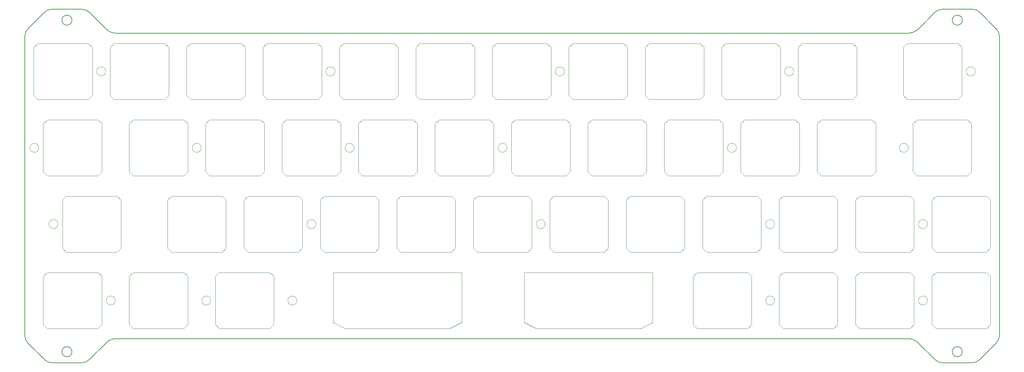
<source format=gbr>
%TF.GenerationSoftware,KiCad,Pcbnew,(7.0.0)*%
%TF.CreationDate,2024-05-04T22:15:04+02:00*%
%TF.ProjectId,plate split,706c6174-6520-4737-906c-69742e6b6963,rev?*%
%TF.SameCoordinates,Original*%
%TF.FileFunction,Profile,NP*%
%FSLAX46Y46*%
G04 Gerber Fmt 4.6, Leading zero omitted, Abs format (unit mm)*
G04 Created by KiCad (PCBNEW (7.0.0)) date 2024-05-04 22:15:04*
%MOMM*%
%LPD*%
G01*
G04 APERTURE LIST*
%TA.AperFunction,Profile*%
%ADD10C,0.200000*%
%TD*%
%TA.AperFunction,Profile*%
%ADD11C,0.100000*%
%TD*%
%TA.AperFunction,Profile*%
%ADD12C,0.120000*%
%TD*%
G04 APERTURE END LIST*
D10*
X45833878Y-21431250D02*
X243091122Y-21431250D01*
X39095133Y-16214739D02*
X43235261Y-20354867D01*
X29833878Y-15431249D02*
G75*
G03*
X27942367Y-16214739I22J-2675051D01*
G01*
D11*
X247978782Y-69056250D02*
G75*
G03*
X247978782Y-69056250I-1122532J0D01*
G01*
X243216282Y-50006250D02*
G75*
G03*
X243216282Y-50006250I-1122532J0D01*
G01*
X105103782Y-50006250D02*
G75*
G03*
X105103782Y-50006250I-1122532J0D01*
G01*
X152728782Y-69056250D02*
G75*
G03*
X152728782Y-69056250I-1122532J0D01*
G01*
D10*
X27942367Y-102847761D02*
X23802239Y-98707633D01*
X256656122Y-18181250D02*
G75*
G03*
X256656122Y-18181250I-1250000J0D01*
G01*
D11*
X26522532Y-50006250D02*
G75*
G03*
X26522532Y-50006250I-1122532J0D01*
G01*
D10*
X43235261Y-20354867D02*
G75*
G03*
X45833878Y-21431250I2598639J2598667D01*
G01*
X27942368Y-102847760D02*
G75*
G03*
X29833878Y-103631250I1891532J1891560D01*
G01*
D11*
X259885032Y-30956250D02*
G75*
G03*
X259885032Y-30956250I-1122532J0D01*
G01*
D10*
X256656378Y-100881250D02*
G75*
G03*
X256656378Y-100881250I-1250000J0D01*
G01*
X23018750Y-96816122D02*
X23018750Y-22246378D01*
X37203622Y-103631280D02*
G75*
G03*
X39095132Y-102847760I-22J2674980D01*
G01*
X37203622Y-103631250D02*
X29833878Y-103631250D01*
X39095132Y-16214740D02*
G75*
G03*
X37203622Y-15431250I-1891532J-1891560D01*
G01*
X249829867Y-102847761D02*
X245689739Y-98707633D01*
D11*
X209878782Y-69056250D02*
G75*
G03*
X209878782Y-69056250I-1122532J0D01*
G01*
X43191282Y-30956250D02*
G75*
G03*
X43191282Y-30956250I-1122532J0D01*
G01*
X247978782Y-88106250D02*
G75*
G03*
X247978782Y-88106250I-1122532J0D01*
G01*
D10*
X249829859Y-102847769D02*
G75*
G03*
X251721378Y-103631250I1891441J1891369D01*
G01*
X265906222Y-22246378D02*
G75*
G03*
X265122761Y-20354867I-2675122J-22D01*
G01*
D11*
X214641282Y-30956250D02*
G75*
G03*
X214641282Y-30956250I-1122532J0D01*
G01*
D10*
X265122769Y-98707641D02*
G75*
G03*
X265906250Y-96816122I-1891369J1891441D01*
G01*
X243091122Y-21431219D02*
G75*
G03*
X245657711Y-20386895I178J3675619D01*
G01*
D11*
X90816282Y-88106250D02*
G75*
G03*
X90816282Y-88106250I-1122532J0D01*
G01*
D10*
X245657711Y-20386895D02*
X249829867Y-16214739D01*
X260982641Y-16214731D02*
G75*
G03*
X259091122Y-15431250I-1891441J-1891369D01*
G01*
X265906250Y-22246378D02*
X265906250Y-96816122D01*
X23802240Y-20354868D02*
G75*
G03*
X23018750Y-22246378I1891560J-1891532D01*
G01*
X23018749Y-96816122D02*
G75*
G03*
X23802239Y-98707633I2675051J22D01*
G01*
D11*
X157491282Y-30956250D02*
G75*
G03*
X157491282Y-30956250I-1122532J0D01*
G01*
X67003782Y-50006250D02*
G75*
G03*
X67003782Y-50006250I-1122532J0D01*
G01*
D10*
X251721378Y-15431278D02*
G75*
G03*
X249829867Y-16214739I22J-2675122D01*
G01*
D11*
X95578782Y-69056250D02*
G75*
G03*
X95578782Y-69056250I-1122532J0D01*
G01*
D10*
X34768622Y-18181250D02*
G75*
G03*
X34768622Y-18181250I-1250000J0D01*
G01*
X43235261Y-98707633D02*
X39095133Y-102847761D01*
D11*
X31285032Y-69056250D02*
G75*
G03*
X31285032Y-69056250I-1122532J0D01*
G01*
X100341282Y-30956250D02*
G75*
G03*
X100341282Y-30956250I-1122532J0D01*
G01*
X143203782Y-50006250D02*
G75*
G03*
X143203782Y-50006250I-1122532J0D01*
G01*
D10*
X23802239Y-20354867D02*
X27942367Y-16214739D01*
D11*
X45572532Y-88106250D02*
G75*
G03*
X45572532Y-88106250I-1122532J0D01*
G01*
X69385032Y-88106250D02*
G75*
G03*
X69385032Y-88106250I-1122532J0D01*
G01*
D10*
X34768878Y-100881250D02*
G75*
G03*
X34768878Y-100881250I-1250000J0D01*
G01*
X29833878Y-15431250D02*
X37203622Y-15431250D01*
X251721378Y-15431250D02*
X259091122Y-15431250D01*
D11*
X209878782Y-88106250D02*
G75*
G03*
X209878782Y-88106250I-1122532J0D01*
G01*
D10*
X259091122Y-103631222D02*
G75*
G03*
X260982633Y-102847761I-22J2675122D01*
G01*
X45833878Y-97631221D02*
G75*
G03*
X43235261Y-98707633I22J-3674979D01*
G01*
D11*
X200353782Y-50006250D02*
G75*
G03*
X200353782Y-50006250I-1122532J0D01*
G01*
D10*
X245689747Y-98707625D02*
G75*
G03*
X243091122Y-97631250I-2598547J-2598475D01*
G01*
X243091122Y-97631250D02*
X45833878Y-97631250D01*
X259091122Y-103631250D02*
X251721378Y-103631250D01*
X260982633Y-16214739D02*
X265122761Y-20354867D01*
X265122761Y-98707633D02*
X260982633Y-102847761D01*
D12*
%TO.C,REF\u002A\u002A*%
X139543750Y-24956250D02*
X139543750Y-36956250D01*
X139543750Y-36956250D02*
X140543750Y-37956250D01*
X140543750Y-23956250D02*
X139543750Y-24956250D01*
X140543750Y-37956250D02*
X153143750Y-37956250D01*
X153143750Y-23956250D02*
X140543750Y-23956250D01*
X153143750Y-23956250D02*
X154143750Y-24956250D01*
X153143750Y-37956250D02*
X154143750Y-36956250D01*
X154143750Y-36956250D02*
X154143750Y-24956250D01*
X49056250Y-82106250D02*
X49056250Y-94106250D01*
X49056250Y-94106250D02*
X50056250Y-95106250D01*
X50056250Y-81106250D02*
X49056250Y-82106250D01*
X50056250Y-95106250D02*
X62656250Y-95106250D01*
X62656250Y-81106250D02*
X50056250Y-81106250D01*
X62656250Y-81106250D02*
X63656250Y-82106250D01*
X62656250Y-95106250D02*
X63656250Y-94106250D01*
X63656250Y-94106250D02*
X63656250Y-82106250D01*
X27625000Y-82106250D02*
X27625000Y-94106250D01*
X27625000Y-94106250D02*
X28625000Y-95106250D01*
X28625000Y-81106250D02*
X27625000Y-82106250D01*
X28625000Y-95106250D02*
X41225000Y-95106250D01*
X41225000Y-81106250D02*
X28625000Y-81106250D01*
X41225000Y-81106250D02*
X42225000Y-82106250D01*
X41225000Y-95106250D02*
X42225000Y-94106250D01*
X42225000Y-94106250D02*
X42225000Y-82106250D01*
X106206250Y-44006250D02*
X106206250Y-56006250D01*
X106206250Y-56006250D02*
X107206250Y-57006250D01*
X107206250Y-43006250D02*
X106206250Y-44006250D01*
X107206250Y-57006250D02*
X119806250Y-57006250D01*
X119806250Y-43006250D02*
X107206250Y-43006250D01*
X119806250Y-43006250D02*
X120806250Y-44006250D01*
X119806250Y-57006250D02*
X120806250Y-56006250D01*
X120806250Y-56006250D02*
X120806250Y-44006250D01*
X172881250Y-63056250D02*
X172881250Y-75056250D01*
X172881250Y-75056250D02*
X173881250Y-76056250D01*
X173881250Y-62056250D02*
X172881250Y-63056250D01*
X173881250Y-76056250D02*
X186481250Y-76056250D01*
X186481250Y-62056250D02*
X173881250Y-62056250D01*
X186481250Y-62056250D02*
X187481250Y-63056250D01*
X186481250Y-76056250D02*
X187481250Y-75056250D01*
X187481250Y-75056250D02*
X187481250Y-63056250D01*
X87156250Y-44006250D02*
X87156250Y-56006250D01*
X87156250Y-56006250D02*
X88156250Y-57006250D01*
X88156250Y-43006250D02*
X87156250Y-44006250D01*
X88156250Y-57006250D02*
X100756250Y-57006250D01*
X100756250Y-43006250D02*
X88156250Y-43006250D01*
X100756250Y-43006250D02*
X101756250Y-44006250D01*
X100756250Y-57006250D02*
X101756250Y-56006250D01*
X101756250Y-56006250D02*
X101756250Y-44006250D01*
X68106250Y-44006250D02*
X68106250Y-56006250D01*
X68106250Y-56006250D02*
X69106250Y-57006250D01*
X69106250Y-43006250D02*
X68106250Y-44006250D01*
X69106250Y-57006250D02*
X81706250Y-57006250D01*
X81706250Y-43006250D02*
X69106250Y-43006250D01*
X81706250Y-43006250D02*
X82706250Y-44006250D01*
X81706250Y-57006250D02*
X82706250Y-56006250D01*
X82706250Y-56006250D02*
X82706250Y-44006250D01*
X215743750Y-24956250D02*
X215743750Y-36956250D01*
X215743750Y-36956250D02*
X216743750Y-37956250D01*
X216743750Y-23956250D02*
X215743750Y-24956250D01*
X216743750Y-37956250D02*
X229343750Y-37956250D01*
X229343750Y-23956250D02*
X216743750Y-23956250D01*
X229343750Y-23956250D02*
X230343750Y-24956250D01*
X229343750Y-37956250D02*
X230343750Y-36956250D01*
X230343750Y-36956250D02*
X230343750Y-24956250D01*
X244318750Y-44006250D02*
X244318750Y-56006250D01*
X244318750Y-56006250D02*
X245318750Y-57006250D01*
X245318750Y-43006250D02*
X244318750Y-44006250D01*
X245318750Y-57006250D02*
X257918750Y-57006250D01*
X257918750Y-43006250D02*
X245318750Y-43006250D01*
X257918750Y-43006250D02*
X258918750Y-44006250D01*
X257918750Y-57006250D02*
X258918750Y-56006250D01*
X258918750Y-56006250D02*
X258918750Y-44006250D01*
X241937500Y-24956250D02*
X241937500Y-36956250D01*
X241937500Y-36956250D02*
X242937500Y-37956250D01*
X242937500Y-23956250D02*
X241937500Y-24956250D01*
X242937500Y-37956250D02*
X255537500Y-37956250D01*
X255537500Y-23956250D02*
X242937500Y-23956250D01*
X255537500Y-23956250D02*
X256537500Y-24956250D01*
X255537500Y-37956250D02*
X256537500Y-36956250D01*
X256537500Y-36956250D02*
X256537500Y-24956250D01*
X120493750Y-24956250D02*
X120493750Y-36956250D01*
X120493750Y-36956250D02*
X121493750Y-37956250D01*
X121493750Y-23956250D02*
X120493750Y-24956250D01*
X121493750Y-37956250D02*
X134093750Y-37956250D01*
X134093750Y-23956250D02*
X121493750Y-23956250D01*
X134093750Y-23956250D02*
X135093750Y-24956250D01*
X134093750Y-37956250D02*
X135093750Y-36956250D01*
X135093750Y-36956250D02*
X135093750Y-24956250D01*
X201456250Y-44006250D02*
X201456250Y-56006250D01*
X201456250Y-56006250D02*
X202456250Y-57006250D01*
X202456250Y-43006250D02*
X201456250Y-44006250D01*
X202456250Y-57006250D02*
X215056250Y-57006250D01*
X215056250Y-43006250D02*
X202456250Y-43006250D01*
X215056250Y-43006250D02*
X216056250Y-44006250D01*
X215056250Y-57006250D02*
X216056250Y-56006250D01*
X216056250Y-56006250D02*
X216056250Y-44006250D01*
X77631250Y-63056250D02*
X77631250Y-75056250D01*
X77631250Y-75056250D02*
X78631250Y-76056250D01*
X78631250Y-62056250D02*
X77631250Y-63056250D01*
X78631250Y-76056250D02*
X91231250Y-76056250D01*
X91231250Y-62056250D02*
X78631250Y-62056250D01*
X91231250Y-62056250D02*
X92231250Y-63056250D01*
X91231250Y-76056250D02*
X92231250Y-75056250D01*
X92231250Y-75056250D02*
X92231250Y-63056250D01*
X99887500Y-81106250D02*
X131887500Y-81106250D01*
X99887500Y-88106250D02*
X99887500Y-81106250D01*
X99887500Y-88106250D02*
X99887500Y-93606250D01*
X99887500Y-93606250D02*
X102887500Y-95106250D01*
X128887500Y-95106250D02*
X102887500Y-95106250D01*
X131887500Y-81106250D02*
X131887500Y-88106250D01*
X131887500Y-88106250D02*
X131887500Y-93606250D01*
X131887500Y-93606250D02*
X128887500Y-95106250D01*
X32387500Y-63056250D02*
X32387500Y-75056250D01*
X32387500Y-75056250D02*
X33387500Y-76056250D01*
X33387500Y-62056250D02*
X32387500Y-63056250D01*
X33387500Y-76056250D02*
X45987500Y-76056250D01*
X45987500Y-62056250D02*
X33387500Y-62056250D01*
X45987500Y-62056250D02*
X46987500Y-63056250D01*
X45987500Y-76056250D02*
X46987500Y-75056250D01*
X46987500Y-75056250D02*
X46987500Y-63056250D01*
X191931250Y-63056250D02*
X191931250Y-75056250D01*
X191931250Y-75056250D02*
X192931250Y-76056250D01*
X192931250Y-62056250D02*
X191931250Y-63056250D01*
X192931250Y-76056250D02*
X205531250Y-76056250D01*
X205531250Y-62056250D02*
X192931250Y-62056250D01*
X205531250Y-62056250D02*
X206531250Y-63056250D01*
X205531250Y-76056250D02*
X206531250Y-75056250D01*
X206531250Y-75056250D02*
X206531250Y-63056250D01*
X189550000Y-82106250D02*
X189550000Y-94106250D01*
X189550000Y-94106250D02*
X190550000Y-95106250D01*
X190550000Y-81106250D02*
X189550000Y-82106250D01*
X190550000Y-95106250D02*
X203150000Y-95106250D01*
X203150000Y-81106250D02*
X190550000Y-81106250D01*
X203150000Y-81106250D02*
X204150000Y-82106250D01*
X203150000Y-95106250D02*
X204150000Y-94106250D01*
X204150000Y-94106250D02*
X204150000Y-82106250D01*
X182406250Y-44006250D02*
X182406250Y-56006250D01*
X182406250Y-56006250D02*
X183406250Y-57006250D01*
X183406250Y-43006250D02*
X182406250Y-44006250D01*
X183406250Y-57006250D02*
X196006250Y-57006250D01*
X196006250Y-43006250D02*
X183406250Y-43006250D01*
X196006250Y-43006250D02*
X197006250Y-44006250D01*
X196006250Y-57006250D02*
X197006250Y-56006250D01*
X197006250Y-56006250D02*
X197006250Y-44006250D01*
X27625000Y-44006250D02*
X27625000Y-56006250D01*
X27625000Y-56006250D02*
X28625000Y-57006250D01*
X28625000Y-43006250D02*
X27625000Y-44006250D01*
X28625000Y-57006250D02*
X41225000Y-57006250D01*
X41225000Y-43006250D02*
X28625000Y-43006250D01*
X41225000Y-43006250D02*
X42225000Y-44006250D01*
X41225000Y-57006250D02*
X42225000Y-56006250D01*
X42225000Y-56006250D02*
X42225000Y-44006250D01*
X49056250Y-44006250D02*
X49056250Y-56006250D01*
X49056250Y-56006250D02*
X50056250Y-57006250D01*
X50056250Y-43006250D02*
X49056250Y-44006250D01*
X50056250Y-57006250D02*
X62656250Y-57006250D01*
X62656250Y-43006250D02*
X50056250Y-43006250D01*
X62656250Y-43006250D02*
X63656250Y-44006250D01*
X62656250Y-57006250D02*
X63656250Y-56006250D01*
X63656250Y-56006250D02*
X63656250Y-44006250D01*
X249081250Y-82106250D02*
X249081250Y-94106250D01*
X249081250Y-94106250D02*
X250081250Y-95106250D01*
X250081250Y-81106250D02*
X249081250Y-82106250D01*
X250081250Y-95106250D02*
X262681250Y-95106250D01*
X262681250Y-81106250D02*
X250081250Y-81106250D01*
X262681250Y-81106250D02*
X263681250Y-82106250D01*
X262681250Y-95106250D02*
X263681250Y-94106250D01*
X263681250Y-94106250D02*
X263681250Y-82106250D01*
X115731250Y-63056250D02*
X115731250Y-75056250D01*
X115731250Y-75056250D02*
X116731250Y-76056250D01*
X116731250Y-62056250D02*
X115731250Y-63056250D01*
X116731250Y-76056250D02*
X129331250Y-76056250D01*
X129331250Y-62056250D02*
X116731250Y-62056250D01*
X129331250Y-62056250D02*
X130331250Y-63056250D01*
X129331250Y-76056250D02*
X130331250Y-75056250D01*
X130331250Y-75056250D02*
X130331250Y-63056250D01*
X25243750Y-24956250D02*
X25243750Y-36956250D01*
X25243750Y-36956250D02*
X26243750Y-37956250D01*
X26243750Y-23956250D02*
X25243750Y-24956250D01*
X26243750Y-37956250D02*
X38843750Y-37956250D01*
X38843750Y-23956250D02*
X26243750Y-23956250D01*
X38843750Y-23956250D02*
X39843750Y-24956250D01*
X38843750Y-37956250D02*
X39843750Y-36956250D01*
X39843750Y-36956250D02*
X39843750Y-24956250D01*
X153831250Y-63056250D02*
X153831250Y-75056250D01*
X153831250Y-75056250D02*
X154831250Y-76056250D01*
X154831250Y-62056250D02*
X153831250Y-63056250D01*
X154831250Y-76056250D02*
X167431250Y-76056250D01*
X167431250Y-62056250D02*
X154831250Y-62056250D01*
X167431250Y-62056250D02*
X168431250Y-63056250D01*
X167431250Y-76056250D02*
X168431250Y-75056250D01*
X168431250Y-75056250D02*
X168431250Y-63056250D01*
X125256250Y-44006250D02*
X125256250Y-56006250D01*
X125256250Y-56006250D02*
X126256250Y-57006250D01*
X126256250Y-43006250D02*
X125256250Y-44006250D01*
X126256250Y-57006250D02*
X138856250Y-57006250D01*
X138856250Y-43006250D02*
X126256250Y-43006250D01*
X138856250Y-43006250D02*
X139856250Y-44006250D01*
X138856250Y-57006250D02*
X139856250Y-56006250D01*
X139856250Y-56006250D02*
X139856250Y-44006250D01*
X58581250Y-63056250D02*
X58581250Y-75056250D01*
X58581250Y-75056250D02*
X59581250Y-76056250D01*
X59581250Y-62056250D02*
X58581250Y-63056250D01*
X59581250Y-76056250D02*
X72181250Y-76056250D01*
X72181250Y-62056250D02*
X59581250Y-62056250D01*
X72181250Y-62056250D02*
X73181250Y-63056250D01*
X72181250Y-76056250D02*
X73181250Y-75056250D01*
X73181250Y-75056250D02*
X73181250Y-63056250D01*
X101443750Y-24956250D02*
X101443750Y-36956250D01*
X101443750Y-36956250D02*
X102443750Y-37956250D01*
X102443750Y-23956250D02*
X101443750Y-24956250D01*
X102443750Y-37956250D02*
X115043750Y-37956250D01*
X115043750Y-23956250D02*
X102443750Y-23956250D01*
X115043750Y-23956250D02*
X116043750Y-24956250D01*
X115043750Y-37956250D02*
X116043750Y-36956250D01*
X116043750Y-36956250D02*
X116043750Y-24956250D01*
X44293750Y-24956250D02*
X44293750Y-36956250D01*
X44293750Y-36956250D02*
X45293750Y-37956250D01*
X45293750Y-23956250D02*
X44293750Y-24956250D01*
X45293750Y-37956250D02*
X57893750Y-37956250D01*
X57893750Y-23956250D02*
X45293750Y-23956250D01*
X57893750Y-23956250D02*
X58893750Y-24956250D01*
X57893750Y-37956250D02*
X58893750Y-36956250D01*
X58893750Y-36956250D02*
X58893750Y-24956250D01*
X230031250Y-63056250D02*
X230031250Y-75056250D01*
X230031250Y-75056250D02*
X231031250Y-76056250D01*
X231031250Y-62056250D02*
X230031250Y-63056250D01*
X231031250Y-76056250D02*
X243631250Y-76056250D01*
X243631250Y-62056250D02*
X231031250Y-62056250D01*
X243631250Y-62056250D02*
X244631250Y-63056250D01*
X243631250Y-76056250D02*
X244631250Y-75056250D01*
X244631250Y-75056250D02*
X244631250Y-63056250D01*
X249081250Y-63056250D02*
X249081250Y-75056250D01*
X249081250Y-75056250D02*
X250081250Y-76056250D01*
X250081250Y-62056250D02*
X249081250Y-63056250D01*
X250081250Y-76056250D02*
X262681250Y-76056250D01*
X262681250Y-62056250D02*
X250081250Y-62056250D01*
X262681250Y-62056250D02*
X263681250Y-63056250D01*
X262681250Y-76056250D02*
X263681250Y-75056250D01*
X263681250Y-75056250D02*
X263681250Y-63056250D01*
X210981250Y-82106250D02*
X210981250Y-94106250D01*
X210981250Y-94106250D02*
X211981250Y-95106250D01*
X211981250Y-81106250D02*
X210981250Y-82106250D01*
X211981250Y-95106250D02*
X224581250Y-95106250D01*
X224581250Y-81106250D02*
X211981250Y-81106250D01*
X224581250Y-81106250D02*
X225581250Y-82106250D01*
X224581250Y-95106250D02*
X225581250Y-94106250D01*
X225581250Y-94106250D02*
X225581250Y-82106250D01*
X96681250Y-63056250D02*
X96681250Y-75056250D01*
X96681250Y-75056250D02*
X97681250Y-76056250D01*
X97681250Y-62056250D02*
X96681250Y-63056250D01*
X97681250Y-76056250D02*
X110281250Y-76056250D01*
X110281250Y-62056250D02*
X97681250Y-62056250D01*
X110281250Y-62056250D02*
X111281250Y-63056250D01*
X110281250Y-76056250D02*
X111281250Y-75056250D01*
X111281250Y-75056250D02*
X111281250Y-63056250D01*
X163356250Y-44006250D02*
X163356250Y-56006250D01*
X163356250Y-56006250D02*
X164356250Y-57006250D01*
X164356250Y-43006250D02*
X163356250Y-44006250D01*
X164356250Y-57006250D02*
X176956250Y-57006250D01*
X176956250Y-43006250D02*
X164356250Y-43006250D01*
X176956250Y-43006250D02*
X177956250Y-44006250D01*
X176956250Y-57006250D02*
X177956250Y-56006250D01*
X177956250Y-56006250D02*
X177956250Y-44006250D01*
X82393750Y-24956250D02*
X82393750Y-36956250D01*
X82393750Y-36956250D02*
X83393750Y-37956250D01*
X83393750Y-23956250D02*
X82393750Y-24956250D01*
X83393750Y-37956250D02*
X95993750Y-37956250D01*
X95993750Y-23956250D02*
X83393750Y-23956250D01*
X95993750Y-23956250D02*
X96993750Y-24956250D01*
X95993750Y-37956250D02*
X96993750Y-36956250D01*
X96993750Y-36956250D02*
X96993750Y-24956250D01*
X147512500Y-81106250D02*
X179512500Y-81106250D01*
X147512500Y-88106250D02*
X147512500Y-81106250D01*
X147512500Y-88106250D02*
X147512500Y-93606250D01*
X147512500Y-93606250D02*
X150512500Y-95106250D01*
X176512500Y-95106250D02*
X150512500Y-95106250D01*
X179512500Y-81106250D02*
X179512500Y-88106250D01*
X179512500Y-88106250D02*
X179512500Y-93606250D01*
X179512500Y-93606250D02*
X176512500Y-95106250D01*
X70487500Y-82106250D02*
X70487500Y-94106250D01*
X70487500Y-94106250D02*
X71487500Y-95106250D01*
X71487500Y-81106250D02*
X70487500Y-82106250D01*
X71487500Y-95106250D02*
X84087500Y-95106250D01*
X84087500Y-81106250D02*
X71487500Y-81106250D01*
X84087500Y-81106250D02*
X85087500Y-82106250D01*
X84087500Y-95106250D02*
X85087500Y-94106250D01*
X85087500Y-94106250D02*
X85087500Y-82106250D01*
X210981250Y-63056250D02*
X210981250Y-75056250D01*
X210981250Y-75056250D02*
X211981250Y-76056250D01*
X211981250Y-62056250D02*
X210981250Y-63056250D01*
X211981250Y-76056250D02*
X224581250Y-76056250D01*
X224581250Y-62056250D02*
X211981250Y-62056250D01*
X224581250Y-62056250D02*
X225581250Y-63056250D01*
X224581250Y-76056250D02*
X225581250Y-75056250D01*
X225581250Y-75056250D02*
X225581250Y-63056250D01*
X196693750Y-24956250D02*
X196693750Y-36956250D01*
X196693750Y-36956250D02*
X197693750Y-37956250D01*
X197693750Y-23956250D02*
X196693750Y-24956250D01*
X197693750Y-37956250D02*
X210293750Y-37956250D01*
X210293750Y-23956250D02*
X197693750Y-23956250D01*
X210293750Y-23956250D02*
X211293750Y-24956250D01*
X210293750Y-37956250D02*
X211293750Y-36956250D01*
X211293750Y-36956250D02*
X211293750Y-24956250D01*
X134781250Y-63056250D02*
X134781250Y-75056250D01*
X134781250Y-75056250D02*
X135781250Y-76056250D01*
X135781250Y-62056250D02*
X134781250Y-63056250D01*
X135781250Y-76056250D02*
X148381250Y-76056250D01*
X148381250Y-62056250D02*
X135781250Y-62056250D01*
X148381250Y-62056250D02*
X149381250Y-63056250D01*
X148381250Y-76056250D02*
X149381250Y-75056250D01*
X149381250Y-75056250D02*
X149381250Y-63056250D01*
X177643750Y-24956250D02*
X177643750Y-36956250D01*
X177643750Y-36956250D02*
X178643750Y-37956250D01*
X178643750Y-23956250D02*
X177643750Y-24956250D01*
X178643750Y-37956250D02*
X191243750Y-37956250D01*
X191243750Y-23956250D02*
X178643750Y-23956250D01*
X191243750Y-23956250D02*
X192243750Y-24956250D01*
X191243750Y-37956250D02*
X192243750Y-36956250D01*
X192243750Y-36956250D02*
X192243750Y-24956250D01*
X220506250Y-44006250D02*
X220506250Y-56006250D01*
X220506250Y-56006250D02*
X221506250Y-57006250D01*
X221506250Y-43006250D02*
X220506250Y-44006250D01*
X221506250Y-57006250D02*
X234106250Y-57006250D01*
X234106250Y-43006250D02*
X221506250Y-43006250D01*
X234106250Y-43006250D02*
X235106250Y-44006250D01*
X234106250Y-57006250D02*
X235106250Y-56006250D01*
X235106250Y-56006250D02*
X235106250Y-44006250D01*
X63343750Y-24956250D02*
X63343750Y-36956250D01*
X63343750Y-36956250D02*
X64343750Y-37956250D01*
X64343750Y-23956250D02*
X63343750Y-24956250D01*
X64343750Y-37956250D02*
X76943750Y-37956250D01*
X76943750Y-23956250D02*
X64343750Y-23956250D01*
X76943750Y-23956250D02*
X77943750Y-24956250D01*
X76943750Y-37956250D02*
X77943750Y-36956250D01*
X77943750Y-36956250D02*
X77943750Y-24956250D01*
X144306250Y-44006250D02*
X144306250Y-56006250D01*
X144306250Y-56006250D02*
X145306250Y-57006250D01*
X145306250Y-43006250D02*
X144306250Y-44006250D01*
X145306250Y-57006250D02*
X157906250Y-57006250D01*
X157906250Y-43006250D02*
X145306250Y-43006250D01*
X157906250Y-43006250D02*
X158906250Y-44006250D01*
X157906250Y-57006250D02*
X158906250Y-56006250D01*
X158906250Y-56006250D02*
X158906250Y-44006250D01*
X158593750Y-24956250D02*
X158593750Y-36956250D01*
X158593750Y-36956250D02*
X159593750Y-37956250D01*
X159593750Y-23956250D02*
X158593750Y-24956250D01*
X159593750Y-37956250D02*
X172193750Y-37956250D01*
X172193750Y-23956250D02*
X159593750Y-23956250D01*
X172193750Y-23956250D02*
X173193750Y-24956250D01*
X172193750Y-37956250D02*
X173193750Y-36956250D01*
X173193750Y-36956250D02*
X173193750Y-24956250D01*
X230031250Y-82106250D02*
X230031250Y-94106250D01*
X230031250Y-94106250D02*
X231031250Y-95106250D01*
X231031250Y-81106250D02*
X230031250Y-82106250D01*
X231031250Y-95106250D02*
X243631250Y-95106250D01*
X243631250Y-81106250D02*
X231031250Y-81106250D01*
X243631250Y-81106250D02*
X244631250Y-82106250D01*
X243631250Y-95106250D02*
X244631250Y-94106250D01*
X244631250Y-94106250D02*
X244631250Y-82106250D01*
%TD*%
M02*

</source>
